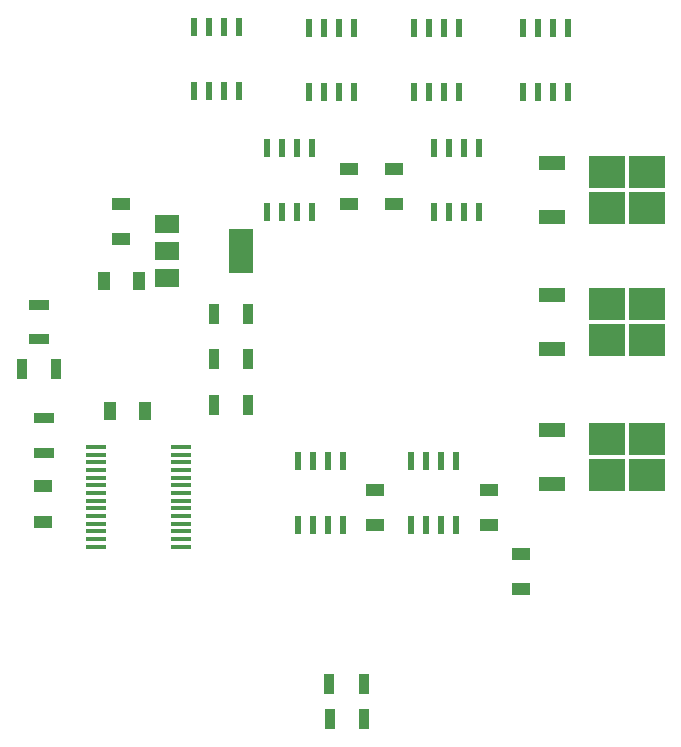
<source format=gtp>
G04 #@! TF.GenerationSoftware,KiCad,Pcbnew,(5.0.0)*
G04 #@! TF.CreationDate,2020-03-26T00:34:20-06:00*
G04 #@! TF.ProjectId,RGB_LEDController,5247425F4C4544436F6E74726F6C6C65,rev?*
G04 #@! TF.SameCoordinates,Original*
G04 #@! TF.FileFunction,Paste,Top*
G04 #@! TF.FilePolarity,Positive*
%FSLAX46Y46*%
G04 Gerber Fmt 4.6, Leading zero omitted, Abs format (unit mm)*
G04 Created by KiCad (PCBNEW (5.0.0)) date 03/26/20 00:34:20*
%MOMM*%
%LPD*%
G01*
G04 APERTURE LIST*
%ADD10R,3.050000X2.750000*%
%ADD11R,2.200000X1.200000*%
%ADD12R,1.600000X1.000000*%
%ADD13R,1.000000X1.600000*%
%ADD14R,1.700000X0.900000*%
%ADD15R,0.900000X1.700000*%
%ADD16R,2.000000X1.500000*%
%ADD17R,2.000000X3.800000*%
%ADD18R,0.600000X1.550000*%
%ADD19R,1.750000X0.450000*%
G04 APERTURE END LIST*
D10*
G04 #@! TO.C,Q4*
X154625000Y-87525000D03*
X157975000Y-84475000D03*
X154625000Y-84475000D03*
X157975000Y-87525000D03*
D11*
X150000000Y-88280000D03*
X150000000Y-83720000D03*
G04 #@! TD*
D12*
G04 #@! TO.C,C1*
X113500000Y-79000000D03*
X113500000Y-76000000D03*
G04 #@! TD*
D13*
G04 #@! TO.C,C4*
X115000000Y-82500000D03*
X112000000Y-82500000D03*
G04 #@! TD*
D12*
G04 #@! TO.C,C5*
X147340000Y-105650000D03*
X147340000Y-108650000D03*
G04 #@! TD*
G04 #@! TO.C,C6*
X106900000Y-99930000D03*
X106900000Y-102930000D03*
G04 #@! TD*
D13*
G04 #@! TO.C,C7*
X112500000Y-93500000D03*
X115500000Y-93500000D03*
G04 #@! TD*
D12*
G04 #@! TO.C,C8*
X136560000Y-76020000D03*
X136560000Y-73020000D03*
G04 #@! TD*
G04 #@! TO.C,C9*
X144650000Y-100220000D03*
X144650000Y-103220000D03*
G04 #@! TD*
G04 #@! TO.C,C10*
X135010000Y-100210000D03*
X135010000Y-103210000D03*
G04 #@! TD*
D11*
G04 #@! TO.C,Q3*
X150000000Y-72520000D03*
X150000000Y-77080000D03*
D10*
X157975000Y-76325000D03*
X154625000Y-73275000D03*
X157975000Y-73275000D03*
X154625000Y-76325000D03*
G04 #@! TD*
D14*
G04 #@! TO.C,R1*
X106500000Y-84550000D03*
X106500000Y-87450000D03*
G04 #@! TD*
D15*
G04 #@! TO.C,R2*
X107950000Y-90000000D03*
X105050000Y-90000000D03*
G04 #@! TD*
D14*
G04 #@! TO.C,R3*
X106920000Y-94160000D03*
X106920000Y-97060000D03*
G04 #@! TD*
D15*
G04 #@! TO.C,R4*
X131150000Y-119630000D03*
X134050000Y-119630000D03*
G04 #@! TD*
G04 #@! TO.C,R5*
X134020000Y-116640000D03*
X131120000Y-116640000D03*
G04 #@! TD*
G04 #@! TO.C,R6*
X124240000Y-89150000D03*
X121340000Y-89150000D03*
G04 #@! TD*
D16*
G04 #@! TO.C,U2*
X117350000Y-77700000D03*
X117350000Y-82300000D03*
X117350000Y-80000000D03*
D17*
X123650000Y-80000000D03*
G04 #@! TD*
D18*
G04 #@! TO.C,U4*
X128495000Y-97760000D03*
X129765000Y-97760000D03*
X131035000Y-97760000D03*
X132305000Y-97760000D03*
X132305000Y-103160000D03*
X131035000Y-103160000D03*
X129765000Y-103160000D03*
X128495000Y-103160000D03*
G04 #@! TD*
G04 #@! TO.C,U5*
X137995000Y-103200000D03*
X139265000Y-103200000D03*
X140535000Y-103200000D03*
X141805000Y-103200000D03*
X141805000Y-97800000D03*
X140535000Y-97800000D03*
X139265000Y-97800000D03*
X137995000Y-97800000D03*
G04 #@! TD*
G04 #@! TO.C,U6*
X125855000Y-76650000D03*
X127125000Y-76650000D03*
X128395000Y-76650000D03*
X129665000Y-76650000D03*
X129665000Y-71250000D03*
X128395000Y-71250000D03*
X127125000Y-71250000D03*
X125855000Y-71250000D03*
G04 #@! TD*
D11*
G04 #@! TO.C,Q7*
X150000000Y-95120000D03*
X150000000Y-99680000D03*
D10*
X157975000Y-98925000D03*
X154625000Y-95875000D03*
X157975000Y-95875000D03*
X154625000Y-98925000D03*
G04 #@! TD*
D15*
G04 #@! TO.C,R7*
X124210000Y-85330000D03*
X121310000Y-85330000D03*
G04 #@! TD*
G04 #@! TO.C,R8*
X121340000Y-93000000D03*
X124240000Y-93000000D03*
G04 #@! TD*
D19*
G04 #@! TO.C,U3*
X118550000Y-105025000D03*
X118550000Y-104375000D03*
X118550000Y-103725000D03*
X118550000Y-103075000D03*
X118550000Y-102425000D03*
X118550000Y-101775000D03*
X118550000Y-101125000D03*
X118550000Y-100475000D03*
X118550000Y-99825000D03*
X118550000Y-99175000D03*
X118550000Y-98525000D03*
X118550000Y-97875000D03*
X118550000Y-97225000D03*
X118550000Y-96575000D03*
X111350000Y-96575000D03*
X111350000Y-97225000D03*
X111350000Y-97875000D03*
X111350000Y-98525000D03*
X111350000Y-99175000D03*
X111350000Y-99825000D03*
X111350000Y-100475000D03*
X111350000Y-101125000D03*
X111350000Y-101775000D03*
X111350000Y-102425000D03*
X111350000Y-103075000D03*
X111350000Y-103725000D03*
X111350000Y-104375000D03*
X111350000Y-105025000D03*
G04 #@! TD*
D18*
G04 #@! TO.C,U7*
X139965000Y-76710000D03*
X141235000Y-76710000D03*
X142505000Y-76710000D03*
X143775000Y-76710000D03*
X143775000Y-71310000D03*
X142505000Y-71310000D03*
X141235000Y-71310000D03*
X139965000Y-71310000D03*
G04 #@! TD*
D12*
G04 #@! TO.C,C11*
X132810000Y-76020000D03*
X132810000Y-73020000D03*
G04 #@! TD*
D18*
G04 #@! TO.C,Q1*
X119635000Y-66440000D03*
X120905000Y-66440000D03*
X122175000Y-66440000D03*
X123445000Y-66440000D03*
X123445000Y-61040000D03*
X122175000Y-61040000D03*
X120905000Y-61040000D03*
X119635000Y-61040000D03*
G04 #@! TD*
G04 #@! TO.C,Q2*
X129405000Y-61110000D03*
X130675000Y-61110000D03*
X131945000Y-61110000D03*
X133215000Y-61110000D03*
X133215000Y-66510000D03*
X131945000Y-66510000D03*
X130675000Y-66510000D03*
X129405000Y-66510000D03*
G04 #@! TD*
G04 #@! TO.C,Q5*
X138295000Y-66500000D03*
X139565000Y-66500000D03*
X140835000Y-66500000D03*
X142105000Y-66500000D03*
X142105000Y-61100000D03*
X140835000Y-61100000D03*
X139565000Y-61100000D03*
X138295000Y-61100000D03*
G04 #@! TD*
G04 #@! TO.C,Q6*
X147495000Y-61100000D03*
X148765000Y-61100000D03*
X150035000Y-61100000D03*
X151305000Y-61100000D03*
X151305000Y-66500000D03*
X150035000Y-66500000D03*
X148765000Y-66500000D03*
X147495000Y-66500000D03*
G04 #@! TD*
M02*

</source>
